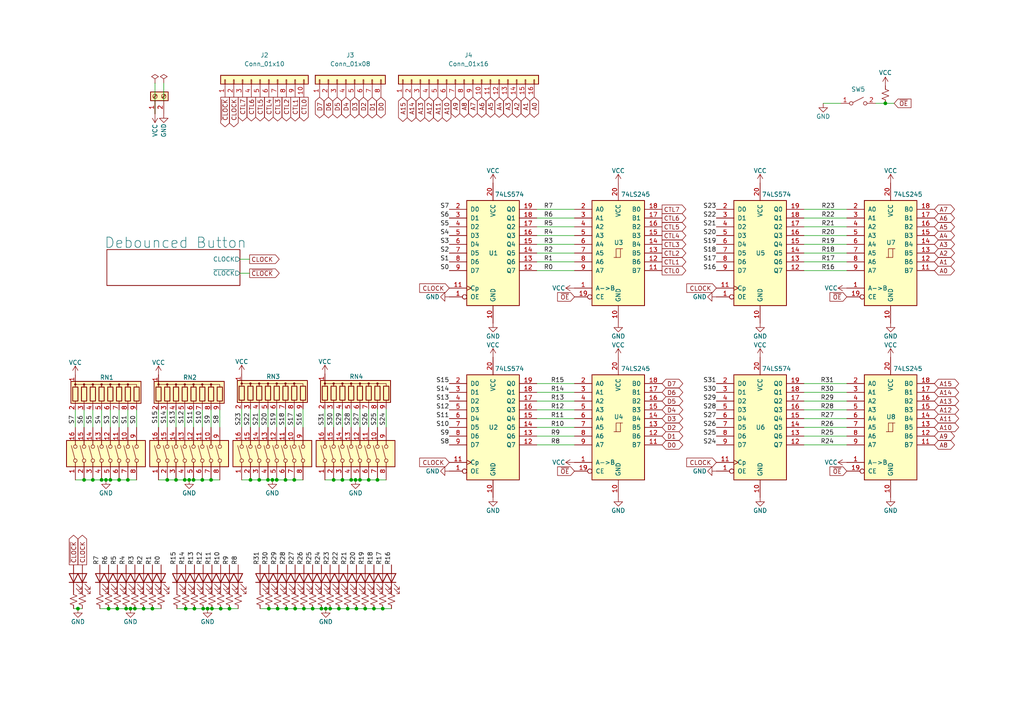
<source format=kicad_sch>
(kicad_sch (version 20211123) (generator eeschema)
  (paper "A4")
  (junction (at 90.678 176.53))
  (junction (at 51.054 139.192))
  (junction (at 60.198 176.53))
  (junction (at 72.644 139.192))
  (junction (at 34.544 139.192))
  (junction (at 88.138 176.53))
  (junction (at 101.854 139.192))
  (junction (at 96.774 139.192))
  (junction (at 100.838 176.53))
  (junction (at 30.734 139.192))
  (junction (at 83.058 176.53))
  (junction (at 108.458 176.53))
  (junction (at 56.388 176.53))
  (junction (at 53.848 176.53))
  (junction (at 98.298 176.53))
  (junction (at 22.606 176.53))
  (junction (at 48.514 139.192))
  (junction (at 95.758 176.53))
  (junction (at 103.378 176.53))
  (junction (at 41.656 176.53))
  (junction (at 109.474 139.192))
  (junction (at 105.918 176.53))
  (junction (at 44.196 176.53))
  (junction (at 256.794 29.972))
  (junction (at 34.036 176.53))
  (junction (at 75.184 139.192))
  (junction (at 53.594 139.192))
  (junction (at 54.864 139.192))
  (junction (at 103.124 139.192))
  (junction (at 39.116 176.53))
  (junction (at 64.008 176.53))
  (junction (at 80.264 139.192))
  (junction (at 36.576 176.53))
  (junction (at 85.598 176.53))
  (junction (at 99.314 139.192))
  (junction (at 32.004 139.192))
  (junction (at 29.464 139.192))
  (junction (at 37.846 176.53))
  (junction (at 61.214 139.192))
  (junction (at 104.394 139.192))
  (junction (at 77.724 139.192))
  (junction (at 58.674 139.192))
  (junction (at 82.804 139.192))
  (junction (at 61.468 176.53))
  (junction (at 37.084 139.192))
  (junction (at 94.488 176.53))
  (junction (at 26.924 139.192))
  (junction (at 66.548 176.53))
  (junction (at 31.496 176.53))
  (junction (at 58.928 176.53))
  (junction (at 78.994 139.192))
  (junction (at 106.934 139.192))
  (junction (at 110.998 176.53))
  (junction (at 56.134 139.192))
  (junction (at 77.978 176.53))
  (junction (at 93.218 176.53))
  (junction (at 80.518 176.53))
  (junction (at 85.344 139.192))
  (junction (at 24.384 139.192))
  (wire (pts (xy 34.036 176.53) (xy 36.576 176.53)))
  (wire (pts (xy 77.724 139.192) (xy 78.994 139.192)))
  (wire (pts (xy 64.008 176.53) (xy 66.548 176.53)))
  (wire (pts (xy 87.884 123.952) (xy 87.884 118.618)))
  (wire (pts (xy 80.264 139.192) (xy 82.804 139.192)))
  (wire (pts (xy 103.378 176.53) (xy 105.918 176.53)))
  (wire (pts (xy 48.514 123.952) (xy 48.514 118.872)))
  (wire (pts (xy 155.702 121.412) (xy 166.624 121.412)))
  (wire (pts (xy 53.848 176.53) (xy 56.388 176.53)))
  (wire (pts (xy 103.124 139.192) (xy 104.394 139.192)))
  (wire (pts (xy 58.674 139.192) (xy 61.214 139.192)))
  (wire (pts (xy 85.344 139.192) (xy 87.884 139.192)))
  (wire (pts (xy 78.994 139.192) (xy 80.264 139.192)))
  (wire (pts (xy 83.058 176.53) (xy 85.598 176.53)))
  (wire (pts (xy 93.218 176.53) (xy 94.488 176.53)))
  (wire (pts (xy 75.184 139.192) (xy 77.724 139.192)))
  (wire (pts (xy 75.438 176.53) (xy 77.978 176.53)))
  (wire (pts (xy 61.468 176.53) (xy 64.008 176.53)))
  (wire (pts (xy 39.116 176.53) (xy 41.656 176.53)))
  (wire (pts (xy 37.084 139.192) (xy 39.624 139.192)))
  (wire (pts (xy 155.702 73.406) (xy 166.624 73.406)))
  (wire (pts (xy 99.314 139.192) (xy 96.774 139.192)))
  (wire (pts (xy 77.724 123.952) (xy 77.724 118.618)))
  (wire (pts (xy 39.624 123.952) (xy 39.624 118.872)))
  (wire (pts (xy 155.702 118.872) (xy 166.624 118.872)))
  (wire (pts (xy 56.134 139.192) (xy 58.674 139.192)))
  (wire (pts (xy 72.644 123.952) (xy 72.644 118.618)))
  (wire (pts (xy 233.172 123.952) (xy 245.618 123.952)))
  (wire (pts (xy 233.172 63.246) (xy 245.618 63.246)))
  (wire (pts (xy 233.172 68.326) (xy 245.618 68.326)))
  (wire (pts (xy 95.758 176.53) (xy 98.298 176.53)))
  (wire (pts (xy 256.794 29.972) (xy 259.334 29.972)))
  (wire (pts (xy 94.234 123.952) (xy 94.234 118.618)))
  (wire (pts (xy 24.384 123.952) (xy 24.384 118.872)))
  (wire (pts (xy 233.172 70.866) (xy 245.618 70.866)))
  (wire (pts (xy 80.518 176.53) (xy 83.058 176.53)))
  (wire (pts (xy 112.014 123.952) (xy 112.014 118.618)))
  (wire (pts (xy 155.702 68.326) (xy 166.624 68.326)))
  (wire (pts (xy 45.974 123.952) (xy 45.974 118.872)))
  (wire (pts (xy 58.928 176.53) (xy 60.198 176.53)))
  (wire (pts (xy 155.702 116.332) (xy 166.624 116.332)))
  (wire (pts (xy 96.774 139.192) (xy 94.234 139.192)))
  (wire (pts (xy 58.674 123.952) (xy 58.674 118.872)))
  (wire (pts (xy 22.606 176.53) (xy 23.876 176.53)))
  (wire (pts (xy 47.498 24.13) (xy 47.498 33.02)))
  (wire (pts (xy 233.172 129.032) (xy 245.618 129.032)))
  (wire (pts (xy 61.214 139.192) (xy 63.754 139.192)))
  (wire (pts (xy 233.172 121.412) (xy 245.618 121.412)))
  (wire (pts (xy 32.004 123.952) (xy 32.004 118.872)))
  (wire (pts (xy 155.702 70.866) (xy 166.624 70.866)))
  (wire (pts (xy 155.702 129.032) (xy 166.624 129.032)))
  (wire (pts (xy 233.172 60.706) (xy 245.618 60.706)))
  (wire (pts (xy 238.76 29.972) (xy 243.84 29.972)))
  (wire (pts (xy 85.344 123.952) (xy 85.344 118.618)))
  (wire (pts (xy 44.958 24.13) (xy 44.958 33.02)))
  (wire (pts (xy 24.384 139.192) (xy 21.844 139.192)))
  (wire (pts (xy 106.934 139.192) (xy 109.474 139.192)))
  (wire (pts (xy 60.198 176.53) (xy 61.468 176.53)))
  (wire (pts (xy 108.458 176.53) (xy 110.998 176.53)))
  (wire (pts (xy 233.172 116.332) (xy 245.618 116.332)))
  (wire (pts (xy 101.854 123.952) (xy 101.854 118.618)))
  (wire (pts (xy 85.598 176.53) (xy 88.138 176.53)))
  (wire (pts (xy 26.924 139.192) (xy 29.464 139.192)))
  (wire (pts (xy 155.702 123.952) (xy 166.624 123.952)))
  (wire (pts (xy 233.172 126.492) (xy 245.618 126.492)))
  (wire (pts (xy 69.596 79.248) (xy 72.39 79.248)))
  (wire (pts (xy 31.496 176.53) (xy 34.036 176.53)))
  (wire (pts (xy 233.172 118.872) (xy 245.618 118.872)))
  (wire (pts (xy 75.184 123.952) (xy 75.184 118.618)))
  (wire (pts (xy 26.924 139.192) (xy 24.384 139.192)))
  (wire (pts (xy 88.138 176.53) (xy 90.678 176.53)))
  (wire (pts (xy 51.054 123.952) (xy 51.054 118.872)))
  (wire (pts (xy 155.702 60.706) (xy 166.624 60.706)))
  (wire (pts (xy 155.702 63.246) (xy 166.624 63.246)))
  (wire (pts (xy 72.644 139.192) (xy 70.104 139.192)))
  (wire (pts (xy 21.336 176.53) (xy 22.606 176.53)))
  (wire (pts (xy 80.264 123.952) (xy 80.264 118.618)))
  (wire (pts (xy 94.488 176.53) (xy 95.758 176.53)))
  (wire (pts (xy 155.702 111.252) (xy 166.624 111.252)))
  (wire (pts (xy 100.838 176.53) (xy 103.378 176.53)))
  (wire (pts (xy 105.918 176.53) (xy 108.458 176.53)))
  (wire (pts (xy 53.594 139.192) (xy 54.864 139.192)))
  (wire (pts (xy 155.702 113.792) (xy 166.624 113.792)))
  (wire (pts (xy 75.184 139.192) (xy 72.644 139.192)))
  (wire (pts (xy 37.084 123.952) (xy 37.084 118.872)))
  (wire (pts (xy 99.314 123.952) (xy 99.314 118.618)))
  (wire (pts (xy 254 29.972) (xy 256.794 29.972)))
  (wire (pts (xy 155.702 65.786) (xy 166.624 65.786)))
  (wire (pts (xy 26.924 123.952) (xy 26.924 118.872)))
  (wire (pts (xy 98.298 176.53) (xy 100.838 176.53)))
  (wire (pts (xy 155.702 78.486) (xy 166.624 78.486)))
  (wire (pts (xy 34.544 139.192) (xy 37.084 139.192)))
  (wire (pts (xy 66.548 176.53) (xy 69.088 176.53)))
  (wire (pts (xy 69.596 75.184) (xy 72.39 75.184)))
  (wire (pts (xy 110.998 176.53) (xy 113.538 176.53)))
  (wire (pts (xy 51.308 176.53) (xy 53.848 176.53)))
  (wire (pts (xy 101.854 139.192) (xy 103.124 139.192)))
  (wire (pts (xy 41.656 176.53) (xy 44.196 176.53)))
  (wire (pts (xy 233.172 78.486) (xy 245.618 78.486)))
  (wire (pts (xy 233.172 111.252) (xy 245.618 111.252)))
  (wire (pts (xy 233.172 75.946) (xy 245.618 75.946)))
  (wire (pts (xy 70.104 123.952) (xy 70.104 118.618)))
  (wire (pts (xy 29.464 123.952) (xy 29.464 118.872)))
  (wire (pts (xy 44.196 176.53) (xy 46.736 176.53)))
  (wire (pts (xy 82.804 123.952) (xy 82.804 118.618)))
  (wire (pts (xy 155.702 126.492) (xy 166.624 126.492)))
  (wire (pts (xy 61.214 123.952) (xy 61.214 118.872)))
  (wire (pts (xy 28.956 176.53) (xy 31.496 176.53)))
  (wire (pts (xy 96.774 123.952) (xy 96.774 118.618)))
  (wire (pts (xy 21.844 123.952) (xy 21.844 118.872)))
  (wire (pts (xy 90.678 176.53) (xy 93.218 176.53)))
  (wire (pts (xy 109.474 123.952) (xy 109.474 118.618)))
  (wire (pts (xy 63.754 123.952) (xy 63.754 118.872)))
  (wire (pts (xy 109.474 139.192) (xy 112.014 139.192)))
  (wire (pts (xy 54.864 139.192) (xy 56.134 139.192)))
  (wire (pts (xy 82.804 139.192) (xy 85.344 139.192)))
  (wire (pts (xy 36.576 176.53) (xy 37.846 176.53)))
  (wire (pts (xy 48.514 139.192) (xy 45.974 139.192)))
  (wire (pts (xy 106.934 123.952) (xy 106.934 118.618)))
  (wire (pts (xy 51.054 139.192) (xy 48.514 139.192)))
  (wire (pts (xy 77.978 176.53) (xy 80.518 176.53)))
  (wire (pts (xy 99.314 139.192) (xy 101.854 139.192)))
  (wire (pts (xy 104.394 139.192) (xy 106.934 139.192)))
  (wire (pts (xy 233.172 73.406) (xy 245.618 73.406)))
  (wire (pts (xy 56.388 176.53) (xy 58.928 176.53)))
  (wire (pts (xy 37.846 176.53) (xy 39.116 176.53)))
  (wire (pts (xy 53.594 123.952) (xy 53.594 118.872)))
  (wire (pts (xy 56.134 123.952) (xy 56.134 118.872)))
  (wire (pts (xy 30.734 139.192) (xy 32.004 139.192)))
  (wire (pts (xy 233.172 113.792) (xy 245.618 113.792)))
  (wire (pts (xy 29.464 139.192) (xy 30.734 139.192)))
  (wire (pts (xy 51.054 139.192) (xy 53.594 139.192)))
  (wire (pts (xy 32.004 139.192) (xy 34.544 139.192)))
  (wire (pts (xy 233.172 65.786) (xy 245.618 65.786)))
  (wire (pts (xy 104.394 123.952) (xy 104.394 118.618)))
  (wire (pts (xy 34.544 123.952) (xy 34.544 118.872)))
  (wire (pts (xy 155.702 75.946) (xy 166.624 75.946)))
  (label "R1" (at 44.196 163.83 90))
  (label "S25" (at 109.474 119.634 270))
  (label "S30" (at 96.774 119.634 270))
  (label "S8" (at 130.302 129.032 180))
  (label "S11" (at 130.302 121.412 180))
  (label "S7" (at 21.844 120.396 270))
  (label "R6" (at 157.734 63.246 0))
  (label "S13" (at 130.302 116.332 180))
  (label "R22" (at 98.298 163.83 90))
  (label "S1" (at 37.084 120.396 270))
  (label "R31" (at 75.438 163.83 90))
  (label "R12" (at 159.766 118.872 0))
  (label "S1" (at 130.302 75.946 180))
  (label "S9" (at 130.302 126.492 180))
  (label "S14" (at 48.514 122.936 90))
  (label "R26" (at 237.998 123.952 0))
  (label "S4" (at 130.302 68.326 180))
  (label "R27" (at 85.598 163.83 90))
  (label "S4" (at 29.464 120.396 270))
  (label "R6" (at 31.496 163.83 90))
  (label "R27" (at 237.998 121.412 0))
  (label "S11" (at 56.134 122.936 90))
  (label "S13" (at 51.054 122.936 90))
  (label "R21" (at 100.838 163.83 90))
  (label "S8" (at 63.754 122.936 90))
  (label "R4" (at 36.576 163.83 90))
  (label "S26" (at 207.772 123.952 180))
  (label "R0" (at 46.736 163.83 90))
  (label "S28" (at 101.854 119.634 270))
  (label "R24" (at 93.218 163.83 90))
  (label "R8" (at 69.088 163.83 90))
  (label "R12" (at 58.928 163.83 90))
  (label "S16" (at 207.772 78.486 180))
  (label "S15" (at 130.302 111.252 180))
  (label "R23" (at 238.252 60.706 0))
  (label "S3" (at 130.302 70.866 180))
  (label "S31" (at 94.234 119.634 270))
  (label "R15" (at 51.308 163.83 90))
  (label "S15" (at 45.974 122.936 90))
  (label "S5" (at 130.302 65.786 180))
  (label "R9" (at 66.548 163.83 90))
  (label "R10" (at 159.766 123.952 0))
  (label "R19" (at 105.918 163.83 90))
  (label "S23" (at 70.104 119.634 270))
  (label "R13" (at 56.388 163.83 90))
  (label "R11" (at 61.468 163.83 90))
  (label "S23" (at 207.772 60.706 180))
  (label "R24" (at 237.998 129.032 0))
  (label "S27" (at 207.772 121.412 180))
  (label "S6" (at 130.302 63.246 180))
  (label "R9" (at 159.766 126.492 0))
  (label "R0" (at 157.734 78.486 0))
  (label "R3" (at 39.116 163.83 90))
  (label "R13" (at 159.766 116.332 0))
  (label "R21" (at 238.252 65.786 0))
  (label "S2" (at 130.302 73.406 180))
  (label "S17" (at 207.772 75.946 180))
  (label "S22" (at 207.772 63.246 180))
  (label "S20" (at 77.724 119.634 270))
  (label "S20" (at 207.772 68.326 180))
  (label "R17" (at 110.998 163.83 90))
  (label "S0" (at 130.302 78.486 180))
  (label "R14" (at 53.848 163.83 90))
  (label "R5" (at 34.036 163.83 90))
  (label "S21" (at 207.772 65.786 180))
  (label "R16" (at 113.538 163.83 90))
  (label "S18" (at 82.804 119.634 270))
  (label "R16" (at 238.252 78.486 0))
  (label "S30" (at 207.772 113.792 180))
  (label "R10" (at 64.008 163.83 90))
  (label "S10" (at 58.674 122.936 90))
  (label "R5" (at 157.734 65.786 0))
  (label "S29" (at 99.314 119.634 270))
  (label "S12" (at 53.594 122.936 90))
  (label "R31" (at 237.998 111.252 0))
  (label "S17" (at 85.344 119.634 270))
  (label "S24" (at 112.014 119.634 270))
  (label "S21" (at 75.184 119.634 270))
  (label "S31" (at 207.772 111.252 180))
  (label "R15" (at 159.766 111.252 0))
  (label "R17" (at 238.252 75.946 0))
  (label "S7" (at 130.302 60.706 180))
  (label "S19" (at 207.772 70.866 180))
  (label "R28" (at 237.998 118.872 0))
  (label "S22" (at 72.644 119.634 270))
  (label "S29" (at 207.772 116.332 180))
  (label "S26" (at 106.934 119.634 270))
  (label "R28" (at 83.058 163.83 90))
  (label "S9" (at 61.214 122.936 90))
  (label "R29" (at 237.998 116.332 0))
  (label "R29" (at 80.518 163.83 90))
  (label "R14" (at 159.766 113.792 0))
  (label "R8" (at 159.766 129.032 0))
  (label "S25" (at 207.772 126.492 180))
  (label "R2" (at 41.656 163.83 90))
  (label "S10" (at 130.302 123.952 180))
  (label "S19" (at 80.264 119.634 270))
  (label "S18" (at 207.772 73.406 180))
  (label "R7" (at 157.734 60.706 0))
  (label "R1" (at 157.734 75.946 0))
  (label "R4" (at 157.734 68.326 0))
  (label "R3" (at 157.734 70.866 0))
  (label "R18" (at 238.252 73.406 0))
  (label "R2" (at 157.734 73.406 0))
  (label "S12" (at 130.302 118.872 180))
  (label "S16" (at 87.884 119.634 270))
  (label "R22" (at 238.252 63.246 0))
  (label "R23" (at 95.758 163.83 90))
  (label "S2" (at 34.544 120.396 270))
  (label "R25" (at 237.998 126.492 0))
  (label "R7" (at 28.956 163.83 90))
  (label "S24" (at 207.772 129.032 180))
  (label "S28" (at 207.772 118.872 180))
  (label "S27" (at 104.394 119.634 270))
  (label "R11" (at 159.766 121.412 0))
  (label "R20" (at 103.378 163.83 90))
  (label "S14" (at 130.302 113.792 180))
  (label "S0" (at 39.624 120.396 270))
  (label "R20" (at 238.252 68.326 0))
  (label "S5" (at 26.924 120.396 270))
  (label "R30" (at 237.998 113.792 0))
  (label "S6" (at 24.384 120.396 270))
  (label "R19" (at 238.252 70.866 0))
  (label "R25" (at 90.678 163.83 90))
  (label "R30" (at 77.978 163.83 90))
  (label "S3" (at 32.004 120.396 270))
  (label "R18" (at 108.458 163.83 90))
  (label "R26" (at 88.138 163.83 90))
  (global_label "CLOCK" (shape output) (at 72.39 75.184 0) (property "Intersheet References" "${INTERSHEET_REFS}" (effects hide)))
  (global_label "A9" (shape tri_state) (at 132.08 28.194 270) (property "Intersheet References" "${INTERSHEET_REFS}" (effects hide)))
  (global_label "CLOCK" (shape input) (at 130.302 134.112 180) (property "Intersheet References" "${INTERSHEET_REFS}" (effects hide)))
  (global_label "A14" (shape tri_state) (at 271.018 113.792 0) (property "Intersheet References" "${INTERSHEET_REFS}" (effects hide)))
  (global_label "~{OE}" (shape input) (at 166.624 136.652 180) (property "Intersheet References" "${INTERSHEET_REFS}" (effects hide)))
  (global_label "~{OE}" (shape input) (at 245.618 136.652 180) (property "Intersheet References" "${INTERSHEET_REFS}" (effects hide)))
  (global_label "D4" (shape tri_state) (at 192.024 118.872 0) (property "Intersheet References" "${INTERSHEET_REFS}" (effects hide)))
  (global_label "D1" (shape tri_state) (at 192.024 126.492 0) (property "Intersheet References" "${INTERSHEET_REFS}" (effects hide)))
  (global_label "A13" (shape tri_state) (at 121.92 28.194 270) (property "Intersheet References" "${INTERSHEET_REFS}" (effects hide)))
  (global_label "A10" (shape tri_state) (at 271.018 123.952 0) (property "Intersheet References" "${INTERSHEET_REFS}" (effects hide)))
  (global_label "A11" (shape tri_state) (at 271.018 121.412 0) (property "Intersheet References" "${INTERSHEET_REFS}" (effects hide)))
  (global_label "CLOCK" (shape input) (at 207.772 134.112 180) (property "Intersheet References" "${INTERSHEET_REFS}" (effects hide)))
  (global_label "CTL3" (shape output) (at 192.024 70.866 0) (property "Intersheet References" "${INTERSHEET_REFS}" (effects hide)))
  (global_label "D3" (shape tri_state) (at 102.87 28.194 270) (property "Intersheet References" "${INTERSHEET_REFS}" (effects hide)))
  (global_label "A6" (shape tri_state) (at 139.7 28.194 270) (property "Intersheet References" "${INTERSHEET_REFS}" (effects hide)))
  (global_label "CTL5" (shape output) (at 192.024 65.786 0) (property "Intersheet References" "${INTERSHEET_REFS}" (effects hide)))
  (global_label "~{CLOCK}" (shape output) (at 65.278 28.194 270) (property "Intersheet References" "${INTERSHEET_REFS}" (effects hide)))
  (global_label "CLOCK" (shape output) (at 23.876 163.83 90) (property "Intersheet References" "${INTERSHEET_REFS}" (effects hide)))
  (global_label "A13" (shape tri_state) (at 271.018 116.332 0) (property "Intersheet References" "${INTERSHEET_REFS}" (effects hide)))
  (global_label "CTL5" (shape output) (at 75.438 28.194 270) (property "Intersheet References" "${INTERSHEET_REFS}" (effects hide)))
  (global_label "~{CLOCK}" (shape output) (at 72.39 79.248 0) (property "Intersheet References" "${INTERSHEET_REFS}" (effects hide)))
  (global_label "A1" (shape tri_state) (at 152.4 28.194 270) (property "Intersheet References" "${INTERSHEET_REFS}" (effects hide)))
  (global_label "CLOCK" (shape input) (at 130.302 83.566 180) (property "Intersheet References" "${INTERSHEET_REFS}" (effects hide)))
  (global_label "D0" (shape tri_state) (at 110.49 28.194 270) (property "Intersheet References" "${INTERSHEET_REFS}" (effects hide)))
  (global_label "D7" (shape tri_state) (at 92.71 28.194 270) (property "Intersheet References" "${INTERSHEET_REFS}" (effects hide)))
  (global_label "A5" (shape tri_state) (at 271.018 65.786 0) (property "Intersheet References" "${INTERSHEET_REFS}" (effects hide)))
  (global_label "A2" (shape tri_state) (at 271.018 73.406 0) (property "Intersheet References" "${INTERSHEET_REFS}" (effects hide)))
  (global_label "D6" (shape tri_state) (at 95.25 28.194 270) (property "Intersheet References" "${INTERSHEET_REFS}" (effects hide)))
  (global_label "D0" (shape tri_state) (at 192.024 129.032 0) (property "Intersheet References" "${INTERSHEET_REFS}" (effects hide)))
  (global_label "CLOCK" (shape output) (at 67.818 28.194 270) (property "Intersheet References" "${INTERSHEET_REFS}" (effects hide)))
  (global_label "A1" (shape tri_state) (at 271.018 75.946 0) (property "Intersheet References" "${INTERSHEET_REFS}" (effects hide)))
  (global_label "~{OE}" (shape input) (at 245.618 86.106 180) (property "Intersheet References" "${INTERSHEET_REFS}" (effects hide)))
  (global_label "CTL7" (shape output) (at 192.024 60.706 0) (property "Intersheet References" "${INTERSHEET_REFS}" (effects hide)))
  (global_label "D2" (shape tri_state) (at 192.024 123.952 0) (property "Intersheet References" "${INTERSHEET_REFS}" (effects hide)))
  (global_label "A0" (shape tri_state) (at 271.018 78.486 0) (property "Intersheet References" "${INTERSHEET_REFS}" (effects hide)))
  (global_label "D2" (shape tri_state) (at 105.41 28.194 270) (property "Intersheet References" "${INTERSHEET_REFS}" (effects hide)))
  (global_label "A3" (shape tri_state) (at 271.018 70.866 0) (property "Intersheet References" "${INTERSHEET_REFS}" (effects hide)))
  (global_label "D1" (shape tri_state) (at 107.95 28.194 270) (property "Intersheet References" "${INTERSHEET_REFS}" (effects hide)))
  (global_label "A11" (shape tri_state) (at 127 28.194 270) (property "Intersheet References" "${INTERSHEET_REFS}" (effects hide)))
  (global_label "CTL0" (shape output) (at 88.138 28.194 270) (property "Intersheet References" "${INTERSHEET_REFS}" (effects hide)))
  (global_label "CTL2" (shape output) (at 192.024 73.406 0) (property "Intersheet References" "${INTERSHEET_REFS}" (effects hide)))
  (global_label "D7" (shape tri_state) (at 192.024 111.252 0) (property "Intersheet References" "${INTERSHEET_REFS}" (effects hide)))
  (global_label "CTL2" (shape output) (at 83.058 28.194 270) (property "Intersheet References" "${INTERSHEET_REFS}" (effects hide)))
  (global_label "~{CLOCK}" (shape output) (at 21.336 163.83 90) (property "Intersheet References" "${INTERSHEET_REFS}" (effects hide)))
  (global_label "~{OE}" (shape input) (at 166.624 86.106 180) (property "Intersheet References" "${INTERSHEET_REFS}" (effects hide)))
  (global_label "CTL1" (shape output) (at 85.598 28.194 270) (property "Intersheet References" "${INTERSHEET_REFS}" (effects hide)))
  (global_label "A6" (shape tri_state) (at 271.018 63.246 0) (property "Intersheet References" "${INTERSHEET_REFS}" (effects hide)))
  (global_label "A2" (shape tri_state) (at 149.86 28.194 270) (property "Intersheet References" "${INTERSHEET_REFS}" (effects hide)))
  (global_label "A9" (shape tri_state) (at 271.018 126.492 0) (property "Intersheet References" "${INTERSHEET_REFS}" (effects hide)))
  (global_label "A3" (shape tri_state) (at 147.32 28.194 270) (property "Intersheet References" "${INTERSHEET_REFS}" (effects hide)))
  (global_label "D5" (shape tri_state) (at 192.024 116.332 0) (property "Intersheet References" "${INTERSHEET_REFS}" (effects hide)))
  (global_label "A4" (shape tri_state) (at 144.78 28.194 270) (property "Intersheet References" "${INTERSHEET_REFS}" (effects hide)))
  (global_label "A10" (shape tri_state) (at 129.54 28.194 270) (property "Intersheet References" "${INTERSHEET_REFS}" (effects hide)))
  (global_label "A14" (shape tri_state) (at 119.38 28.194 270) (property "Intersheet References" "${INTERSHEET_REFS}" (effects hide)))
  (global_label "CTL4" (shape output) (at 77.978 28.194 270) (property "Intersheet References" "${INTERSHEET_REFS}" (effects hide)))
  (global_label "A8" (shape tri_state) (at 134.62 28.194 270) (property "Intersheet References" "${INTERSHEET_REFS}" (effects hide)))
  (global_label "D5" (shape tri_state) (at 97.79 28.194 270) (property "Intersheet References" "${INTERSHEET_REFS}" (effects hide)))
  (global_label "CTL0" (shape output) (at 192.024 78.486 0) (property "Intersheet References" "${INTERSHEET_REFS}" (effects hide)))
  (global_label "CTL1" (shape output) (at 192.024 75.946 0) (property "Intersheet References" "${INTERSHEET_REFS}" (effects hide)))
  (global_label "D3" (shape tri_state) (at 192.024 121.412 0) (property "Intersheet References" "${INTERSHEET_REFS}" (effects hide)))
  (global_label "A0" (shape tri_state) (at 154.94 28.194 270) (property "Intersheet References" "${INTERSHEET_REFS}" (effects hide)))
  (global_label "D4" (shape tri_state) (at 100.33 28.194 270) (property "Intersheet References" "${INTERSHEET_REFS}" (effects hide)))
  (global_label "A12" (shape tri_state) (at 124.46 28.194 270) (property "Intersheet References" "${INTERSHEET_REFS}" (effects hide)))
  (global_label "A15" (shape tri_state) (at 116.84 28.194 270) (property "Intersheet References" "${INTERSHEET_REFS}" (effects hide)))
  (global_label "CTL7" (shape output) (at 70.358 28.194 270) (property "Intersheet References" "${INTERSHEET_REFS}" (effects hide)))
  (global_label "A8" (shape tri_state) (at 271.018 129.032 0) (property "Intersheet References" "${INTERSHEET_REFS}" (effects hide)))
  (global_label "D6" (shape tri_state) (at 192.024 113.792 0) (property "Intersheet References" "${INTERSHEET_REFS}" (effects hide)))
  (global_label "CLOCK" (shape input) (at 207.772 83.566 180) (property "Intersheet References" "${INTERSHEET_REFS}" (effects hide)))
  (global_label "A7" (shape tri_state) (at 137.16 28.194 270) (property "Intersheet References" "${INTERSHEET_REFS}" (effects hide)))
  (global_label "A15" (shape tri_state) (at 271.018 111.252 0) (property "Intersheet References" "${INTERSHEET_REFS}" (effects hide)))
  (global_label "CTL3" (shape output) (at 80.518 28.194 270) (property "Intersheet References" "${INTERSHEET_REFS}" (effects hide)))
  (global_label "~{OE}" (shape input) (at 259.334 29.972 0) (property "Intersheet References" "${INTERSHEET_REFS}" (effects hide)))
  (global_label "A12" (shape tri_state) (at 271.018 118.872 0) (property "Intersheet References" "${INTERSHEET_REFS}" (effects hide)))
  (global_label "CTL6" (shape output) (at 192.024 63.246 0) (property "Intersheet References" "${INTERSHEET_REFS}" (effects hide)))
  (global_label "A4" (shape tri_state) (at 271.018 68.326 0) (property "Intersheet References" "${INTERSHEET_REFS}" (effects hide)))
  (global_label "CTL6" (shape output) (at 72.898 28.194 270) (property "Intersheet References" "${INTERSHEET_REFS}" (effects hide)))
  (global_label "A5" (shape tri_state) (at 142.24 28.194 270) (property "Intersheet References" "${INTERSHEET_REFS}" (effects hide)))
  (global_label "A7" (shape tri_state) (at 271.018 60.706 0) (property "Intersheet References" "${INTERSHEET_REFS}" (effects hide)))
  (global_label "CTL4" (shape output) (at 192.024 68.326 0) (property "Intersheet References" "${INTERSHEET_REFS}" (effects hide)))
  (symbol (lib_id "Device:R_Network08") (at 32.004 113.792 0) (unit 1)
    (property "Reference" "RN1" (at 28.956 109.474 0) (effects (justify left)))
    (property "Value" "R_Network08" (effects hide))
    (property "Footprint" "Resistor_THT:R_Array_SIP9" (effects hide))
    (property "Datasheet" "http://www.vishay.com/docs/31509/csc.pdf" (effects hide))
  )
  (symbol (lib_id "power:GND") (at 207.772 86.106 270) (unit 1)
    (property "Reference" "#PWR027" (effects hide))
    (property "Value" "GND" (at 202.946 86.106 90))
  )
  (symbol (lib_id "power:VCC") (at 44.958 33.02 180) (unit 1)
    (property "Reference" "#PWR05" (effects hide))
    (property "Value" "VCC" (at 44.958 37.846 90))
  )
  (symbol (lib_id "Device:LED") (at 34.036 167.64 90) (unit 1)
    (property "Reference" "D5" (effects hide))
    (property "Value" "LED" (effects hide))
    (property "Footprint" "LED_SMD:LED_0805_2012Metric" (effects hide))
  )
  (symbol (lib_id "power:PWR_FLAG") (at 47.498 24.13 0) (unit 1)
    (property "Reference" "#FLG0102" (effects hide))
    (property "Value" "PWR_FLAG" (effects hide))
  )
  (symbol (lib_id "power:GND") (at 258.318 144.272 0) (unit 1)
    (property "Reference" "#PWR040" (effects hide))
    (property "Value" "GND" (at 258.318 148.082 0))
  )
  (symbol (lib_id "Device:R_Small_US") (at 51.308 173.99 0) (unit 1)
    (property "Reference" "R11" (effects hide))
    (property "Value" "R_Small_US" (effects hide))
    (property "Footprint" "Resistor_SMD:R_0805_2012Metric" (effects hide))
  )
  (symbol (lib_id "Device:LED") (at 41.656 167.64 90) (unit 1)
    (property "Reference" "D8" (effects hide))
    (property "Value" "LED" (effects hide))
    (property "Footprint" "LED_SMD:LED_0805_2012Metric" (effects hide))
  )
  (symbol (lib_id "Device:LED") (at 77.978 167.64 90) (unit 1)
    (property "Reference" "D20" (effects hide))
    (property "Value" "LED" (effects hide))
    (property "Footprint" "LED_SMD:LED_0805_2012Metric" (effects hide))
  )
  (symbol (lib_id "Device:R_Small_US") (at 95.758 173.99 0) (unit 1)
    (property "Reference" "R27" (effects hide))
    (property "Value" "R_Small_US" (effects hide))
    (property "Footprint" "Resistor_SMD:R_0805_2012Metric" (effects hide))
  )
  (symbol (lib_id "Device:R_Small_US") (at 41.656 173.99 0) (unit 1)
    (property "Reference" "R8" (effects hide))
    (property "Value" "R_Small_US" (effects hide))
    (property "Footprint" "Resistor_SMD:R_0805_2012Metric" (effects hide))
  )
  (symbol (lib_id "power:GND") (at 179.324 93.726 0) (unit 1)
    (property "Reference" "#PWR024" (effects hide))
    (property "Value" "GND" (at 179.324 97.536 0))
  )
  (symbol (lib_id "Device:R_Small_US") (at 69.088 173.99 0) (unit 1)
    (property "Reference" "R18" (effects hide))
    (property "Value" "R_Small_US" (effects hide))
    (property "Footprint" "Resistor_SMD:R_0805_2012Metric" (effects hide))
  )
  (symbol (lib_id "power:VCC") (at 220.472 103.632 0) (unit 1)
    (property "Reference" "#PWR031" (effects hide))
    (property "Value" "VCC" (at 220.472 100.076 0))
  )
  (symbol (lib_id "power:GND") (at 143.002 93.726 0) (unit 1)
    (property "Reference" "#PWR018" (effects hide))
    (property "Value" "GND" (at 143.002 97.536 0))
  )
  (symbol (lib_id "power:VCC") (at 258.318 103.632 0) (unit 1)
    (property "Reference" "#PWR039" (effects hide))
    (property "Value" "VCC" (at 258.318 100.076 0))
  )
  (symbol (lib_id "power:VCC") (at 70.104 108.458 0) (unit 1)
    (property "Reference" "#PWR010" (effects hide))
    (property "Value" "VCC" (at 70.104 104.902 0))
  )
  (symbol (lib_id "Device:LED") (at 95.758 167.64 90) (unit 1)
    (property "Reference" "D27" (effects hide))
    (property "Value" "LED" (effects hide))
    (property "Footprint" "LED_SMD:LED_0805_2012Metric" (effects hide))
  )
  (symbol (lib_id "Device:R_Network08") (at 56.134 113.792 0) (unit 1)
    (property "Reference" "RN2" (at 53.086 109.474 0) (effects (justify left)))
    (property "Value" "R_Network08" (effects hide))
    (property "Footprint" "Resistor_THT:R_Array_SIP9" (effects hide))
    (property "Datasheet" "http://www.vishay.com/docs/31509/csc.pdf" (effects hide))
  )
  (symbol (lib_id "power:VCC") (at 220.472 53.086 0) (unit 1)
    (property "Reference" "#PWR029" (effects hide))
    (property "Value" "VCC" (at 220.472 49.53 0))
  )
  (symbol (lib_id "Device:LED") (at 53.848 167.64 90) (unit 1)
    (property "Reference" "D12" (effects hide))
    (property "Value" "LED" (effects hide))
    (property "Footprint" "LED_SMD:LED_0805_2012Metric" (effects hide))
  )
  (symbol (lib_id "Device:R_Small_US") (at 113.538 173.99 0) (unit 1)
    (property "Reference" "R34" (effects hide))
    (property "Value" "R_Small_US" (effects hide))
    (property "Footprint" "Resistor_SMD:R_0805_2012Metric" (effects hide))
  )
  (symbol (lib_id "Device:R_Small_US") (at 23.876 173.99 0) (unit 1)
    (property "Reference" "R2" (effects hide))
    (property "Value" "R_Small_US" (effects hide))
    (property "Footprint" "Resistor_SMD:R_0805_2012Metric" (effects hide))
  )
  (symbol (lib_id "power:VCC") (at 166.624 134.112 90) (unit 1)
    (property "Reference" "#PWR022" (effects hide))
    (property "Value" "VCC" (at 162.052 134.112 90))
  )
  (symbol (lib_id "74xx:74LS574") (at 143.002 123.952 0) (unit 1)
    (property "Reference" "U2" (at 141.732 123.952 0) (effects (justify left)))
    (property "Value" "74LS574" (at 143.51 106.934 0) (effects (justify left)))
    (property "Footprint" "Package_SO:SOIC-20W_7.5x12.8mm_P1.27mm" (effects hide))
    (property "Datasheet" "http://www.ti.com/lit/gpn/sn74LS574" (effects hide))
  )
  (symbol (lib_id "power:GND") (at 94.488 176.53 0) (unit 1)
    (property "Reference" "#PWR013" (effects hide))
    (property "Value" "GND" (at 94.488 180.34 0))
  )
  (symbol (lib_id "Device:R_Small_US") (at 256.794 27.432 180) (unit 1)
    (property "Reference" "R35" (effects hide))
    (property "Value" "0402WGF1002TCE" (effects hide))
    (property "Footprint" "Resistor_SMD:R_0805_2012Metric" (effects hide))
    (property "Datasheet" "https://datasheet.lcsc.com/lcsc/1809301717_UNI-ROYAL-Uniroyal-Elec-0402WGF1002TCE_C25744.pdf" (effects hide))
    (property "Description" "1/16W ±1% ±100ppm/℃ 10kΩ 0402 Chip Resistor - Surface Mount ROHS" (effects hide))
    (property "JLCPCB" "C25744" (effects hide))
    (property "R" "10kΩ" (effects hide))
    (property "LCSC Part Number" "C25744" (effects hide))
    (property "LCSC" "C25744" (effects hide))
  )
  (symbol (lib_id "Device:R_Small_US") (at 58.928 173.99 0) (unit 1)
    (property "Reference" "R14" (effects hide))
    (property "Value" "R_Small_US" (effects hide))
    (property "Footprint" "Resistor_SMD:R_0805_2012Metric" (effects hide))
  )
  (symbol (lib_id "Device:LED") (at 85.598 167.64 90) (unit 1)
    (property "Reference" "D23" (effects hide))
    (property "Value" "LED" (effects hide))
    (property "Footprint" "LED_SMD:LED_0805_2012Metric" (effects hide))
  )
  (symbol (lib_id "power:GND") (at 30.734 139.192 0) (unit 1)
    (property "Reference" "#PWR03" (effects hide))
    (property "Value" "GND" (at 30.734 143.002 0))
  )
  (symbol (lib_id "Device:LED") (at 80.518 167.64 90) (unit 1)
    (property "Reference" "D21" (effects hide))
    (property "Value" "LED" (effects hide))
    (property "Footprint" "LED_SMD:LED_0805_2012Metric" (effects hide))
  )
  (symbol (lib_id "Device:LED") (at 58.928 167.64 90) (unit 1)
    (property "Reference" "D14" (effects hide))
    (property "Value" "LED" (effects hide))
    (property "Footprint" "LED_SMD:LED_0805_2012Metric" (effects hide))
  )
  (symbol (lib_id "Device:LED") (at 103.378 167.64 90) (unit 1)
    (property "Reference" "D30" (effects hide))
    (property "Value" "LED" (effects hide))
    (property "Footprint" "LED_SMD:LED_0805_2012Metric" (effects hide))
  )
  (symbol (lib_id "Device:R_Small_US") (at 44.196 173.99 0) (unit 1)
    (property "Reference" "R9" (effects hide))
    (property "Value" "R_Small_US" (effects hide))
    (property "Footprint" "Resistor_SMD:R_0805_2012Metric" (effects hide))
  )
  (symbol (lib_id "Device:R_Small_US") (at 103.378 173.99 0) (unit 1)
    (property "Reference" "R30" (effects hide))
    (property "Value" "R_Small_US" (effects hide))
    (property "Footprint" "Resistor_SMD:R_0805_2012Metric" (effects hide))
  )
  (symbol (lib_id "power:GND") (at 37.846 176.53 0) (unit 1)
    (property "Reference" "#PWR04" (effects hide))
    (property "Value" "GND" (at 37.846 180.34 0))
  )
  (symbol (lib_id "Device:LED") (at 31.496 167.64 90) (unit 1)
    (property "Reference" "D4" (effects hide))
    (property "Value" "LED" (effects hide))
    (property "Footprint" "LED_SMD:LED_0805_2012Metric" (effects hide))
  )
  (symbol (lib_id "Device:LED") (at 98.298 167.64 90) (unit 1)
    (property "Reference" "D28" (effects hide))
    (property "Value" "LED" (effects hide))
    (property "Footprint" "LED_SMD:LED_0805_2012Metric" (effects hide))
  )
  (symbol (lib_id "Device:LED") (at 56.388 167.64 90) (unit 1)
    (property "Reference" "D13" (effects hide))
    (property "Value" "LED" (effects hide))
    (property "Footprint" "LED_SMD:LED_0805_2012Metric" (effects hide))
  )
  (symbol (lib_id "power:GND") (at 22.606 176.53 0) (unit 1)
    (property "Reference" "#PWR02" (effects hide))
    (property "Value" "GND" (at 22.606 180.34 0))
  )
  (symbol (lib_id "Device:R_Small_US") (at 75.438 173.99 0) (unit 1)
    (property "Reference" "R19" (effects hide))
    (property "Value" "R_Small_US" (effects hide))
    (property "Footprint" "Resistor_SMD:R_0805_2012Metric" (effects hide))
  )
  (symbol (lib_id "Device:R_Network08") (at 80.264 113.538 0) (unit 1)
    (property "Reference" "RN3" (at 77.216 109.22 0) (effects (justify left)))
    (property "Value" "R_Network08" (effects hide))
    (property "Footprint" "Resistor_THT:R_Array_SIP9" (effects hide))
    (property "Datasheet" "http://www.vishay.com/docs/31509/csc.pdf" (effects hide))
  )
  (symbol (lib_id "74xx:74LS245") (at 179.324 123.952 0) (unit 1)
    (property "Reference" "U4" (at 178.054 120.904 0) (effects (justify left)))
    (property "Value" "74LS245" (at 180.086 106.934 0) (effects (justify left)))
    (property "Footprint" "Package_SO:SOIC-20W_7.5x12.8mm_P1.27mm" (effects hide))
    (property "Datasheet" "http://www.ti.com/lit/gpn/sn74LS245" (effects hide))
  )
  (symbol (lib_id "power:PWR_FLAG") (at 44.958 24.13 0) (unit 1)
    (property "Reference" "#FLG0101" (effects hide))
    (property "Value" "PWR_FLAG" (effects hide))
  )
  (symbol (lib_id "power:VCC") (at 179.324 103.632 0) (unit 1)
    (property "Reference" "#PWR025" (effects hide))
    (property "Value" "VCC" (at 179.324 100.076 0))
  )
  (symbol (lib_id "Device:R_Small_US") (at 98.298 173.99 0) (unit 1)
    (property "Reference" "R28" (effects hide))
    (property "Value" "R_Small_US" (effects hide))
    (property "Footprint" "Resistor_SMD:R_0805_2012Metric" (effects hide))
  )
  (symbol (lib_id "Switch:SW_DIP_x08") (at 32.004 131.572 90) (unit 1)
    (property "Reference" "SW1" (effects hide))
    (property "Value" "SW_DIP_x08" (effects hide))
    (property "Footprint" "Button_Switch_THT:SW_DIP_SPSTx08_Slide_9.78x22.5mm_W7.62mm_P2.54mm" (effects hide))
  )
  (symbol (lib_id "power:GND") (at 220.472 93.726 0) (unit 1)
    (property "Reference" "#PWR030" (effects hide))
    (property "Value" "GND" (at 220.472 97.536 0))
  )
  (symbol (lib_id "Device:R_Small_US") (at 31.496 173.99 0) (unit 1)
    (property "Reference" "R4" (effects hide))
    (property "Value" "R_Small_US" (effects hide))
    (property "Footprint" "Resistor_SMD:R_0805_2012Metric" (effects hide))
  )
  (symbol (lib_id "power:GND") (at 143.002 144.272 0) (unit 1)
    (property "Reference" "#PWR020" (effects hide))
    (property "Value" "GND" (at 143.002 148.082 0))
  )
  (symbol (lib_id "power:VCC") (at 143.002 53.086 0) (unit 1)
    (property "Reference" "#PWR017" (effects hide))
    (property "Value" "VCC" (at 143.002 49.53 0))
  )
  (symbol (lib_id "Device:R_Small_US") (at 66.548 173.99 0) (unit 1)
    (property "Reference" "R17" (effects hide))
    (property "Value" "R_Small_US" (effects hide))
    (property "Footprint" "Resistor_SMD:R_0805_2012Metric" (effects hide))
  )
  (symbol (lib_id "Device:LED") (at 113.538 167.64 90) (unit 1)
    (property "Reference" "D34" (effects hide))
    (property "Value" "LED" (effects hide))
    (property "Footprint" "LED_SMD:LED_0805_2012Metric" (effects hide))
  )
  (symbol (lib_id "Device:R_Small_US") (at 36.576 173.99 0) (unit 1)
    (property "Reference" "R6" (effects hide))
    (property "Value" "R_Small_US" (effects hide))
    (property "Footprint" "Resistor_SMD:R_0805_2012Metric" (effects hide))
  )
  (symbol (lib_id "power:GND") (at 258.318 93.726 0) (unit 1)
    (property "Reference" "#PWR038" (effects hide))
    (property "Value" "GND" (at 258.318 97.536 0))
  )
  (symbol (lib_id "Device:LED") (at 93.218 167.64 90) (unit 1)
    (property "Reference" "D26" (effects hide))
    (property "Value" "LED" (effects hide))
    (property "Footprint" "LED_SMD:LED_0805_2012Metric" (effects hide))
  )
  (symbol (lib_id "Device:R_Small_US") (at 85.598 173.99 0) (unit 1)
    (property "Reference" "R23" (effects hide))
    (property "Value" "R_Small_US" (effects hide))
    (property "Footprint" "Resistor_SMD:R_0805_2012Metric" (effects hide))
  )
  (symbol (lib_id "Device:R_Small_US") (at 34.036 173.99 0) (unit 1)
    (property "Reference" "R5" (effects hide))
    (property "Value" "R_Small_US" (effects hide))
    (property "Footprint" "Resistor_SMD:R_0805_2012Metric" (effects hide))
  )
  (symbol (lib_id "power:GND") (at 60.198 176.53 0) (unit 1)
    (property "Reference" "#PWR09" (effects hide))
    (property "Value" "GND" (at 60.198 180.34 0))
  )
  (symbol (lib_id "power:VCC") (at 45.974 108.712 0) (unit 1)
    (property "Reference" "#PWR06" (effects hide))
    (property "Value" "VCC" (at 45.974 105.156 0))
  )
  (symbol (lib_id "power:VCC") (at 94.234 108.458 0) (unit 1)
    (property "Reference" "#PWR012" (effects hide))
    (property "Value" "VCC" (at 94.234 104.902 0))
  )
  (symbol (lib_id "74xx:74LS574") (at 220.472 73.406 0) (unit 1)
    (property "Reference" "U5" (at 219.202 73.406 0) (effects (justify left)))
    (property "Value" "74LS574" (at 220.98 56.388 0) (effects (justify left)))
    (property "Footprint" "Package_SO:SOIC-20W_7.5x12.8mm_P1.27mm" (effects hide))
    (property "Datasheet" "http://www.ti.com/lit/gpn/sn74LS574" (effects hide))
  )
  (symbol (lib_id "Device:LED") (at 23.876 167.64 90) (unit 1)
    (property "Reference" "D2" (effects hide))
    (property "Value" "LED" (effects hide))
    (property "Footprint" "LED_SMD:LED_0805_2012Metric" (effects hide))
  )
  (symbol (lib_id "power:VCC") (at 179.324 53.086 0) (unit 1)
    (property "Reference" "#PWR023" (effects hide))
    (property "Value" "VCC" (at 179.324 49.53 0))
  )
  (symbol (lib_id "power:VCC") (at 245.618 134.112 90) (unit 1)
    (property "Reference" "#PWR035" (effects hide))
    (property "Value" "VCC" (at 241.046 134.112 90))
  )
  (symbol (lib_id "power:GND") (at 207.772 136.652 270) (unit 1)
    (property "Reference" "#PWR028" (effects hide))
    (property "Value" "GND" (at 202.946 136.652 90))
  )
  (symbol (lib_id "power:VCC") (at 245.618 83.566 90) (unit 1)
    (property "Reference" "#PWR034" (effects hide))
    (property "Value" "VCC" (at 241.046 83.566 90))
  )
  (symbol (lib_id "Device:LED") (at 110.998 167.64 90) (unit 1)
    (property "Reference" "D33" (effects hide))
    (property "Value" "LED" (effects hide))
    (property "Footprint" "LED_SMD:LED_0805_2012Metric" (effects hide))
  )
  (symbol (lib_id "power:VCC") (at 166.624 83.566 90) (unit 1)
    (property "Reference" "#PWR021" (effects hide))
    (property "Value" "VCC" (at 162.052 83.566 90))
  )
  (symbol (lib_id "Device:LED") (at 21.336 167.64 90) (unit 1)
    (property "Reference" "D1" (effects hide))
    (property "Value" "LED" (effects hide))
    (property "Footprint" "LED_SMD:LED_0805_2012Metric" (effects hide))
  )
  (symbol (lib_id "Device:LED") (at 105.918 167.64 90) (unit 1)
    (property "Reference" "D31" (effects hide))
    (property "Value" "LED" (effects hide))
    (property "Footprint" "LED_SMD:LED_0805_2012Metric" (effects hide))
  )
  (symbol (lib_id "Switch:SW_SPST") (at 248.92 29.972 0) (unit 1)
    (property "Reference" "SW5" (at 248.92 25.908 0))
    (property "Value" "SW_SPST" (effects hide))
    (property "Footprint" "Button_Switch_THT:SW_PUSH_6mm" (effects hide))
  )
  (symbol (lib_id "Device:LED") (at 36.576 167.64 90) (unit 1)
    (property "Reference" "D6" (effects hide))
    (property "Value" "LED" (effects hide))
    (property "Footprint" "LED_SMD:LED_0805_2012Metric" (effects hide))
  )
  (symbol (lib_id "power:VCC") (at 258.318 53.086 0) (unit 1)
    (property "Reference" "#PWR037" (effects hide))
    (property "Value" "VCC" (at 258.318 49.53 0))
  )
  (symbol (lib_id "Device:LED") (at 39.116 167.64 90) (unit 1)
    (property "Reference" "D7" (effects hide))
    (property "Value" "LED" (effects hide))
    (property "Footprint" "LED_SMD:LED_0805_2012Metric" (effects hide))
  )
  (symbol (lib_id "Device:LED") (at 69.088 167.64 90) (unit 1)
    (property "Reference" "D18" (effects hide))
    (property "Value" "LED" (effects hide))
    (property "Footprint" "LED_SMD:LED_0805_2012Metric" (effects hide))
  )
  (symbol (lib_id "Device:LED") (at 75.438 167.64 90) (unit 1)
    (property "Reference" "D19" (effects hide))
    (property "Value" "LED" (effects hide))
    (property "Footprint" "LED_SMD:LED_0805_2012Metric" (effects hide))
  )
  (symbol (lib_id "Connector_Generic:Conn_01x10") (at 75.438 23.114 90) (unit 1)
    (property "Reference" "J2" (at 76.708 16.002 90))
    (property "Value" "Conn_01x10" (at 76.708 18.542 90))
    (property "Footprint" "Connector_PinHeader_2.54mm:PinHeader_1x10_P2.54mm_Horizontal" (effects hide))
  )
  (symbol (lib_id "power:VCC") (at 256.794 24.892 0) (unit 1)
    (property "Reference" "#PWR036" (effects hide))
    (property "Value" "VCC" (at 256.794 21.082 0))
  )
  (symbol (lib_id "Device:LED") (at 83.058 167.64 90) (unit 1)
    (property "Reference" "D22" (effects hide))
    (property "Value" "LED" (effects hide))
    (property "Footprint" "LED_SMD:LED_0805_2012Metric" (effects hide))
  )
  (symbol (lib_id "power:GND") (at 47.498 33.02 0) (unit 1)
    (property "Reference" "#PWR07" (effects hide))
    (property "Value" "GND" (at 47.498 37.846 90))
  )
  (symbol (lib_id "Device:R_Small_US") (at 110.998 173.99 0) (unit 1)
    (property "Reference" "R33" (effects hide))
    (property "Value" "R_Small_US" (effects hide))
    (property "Footprint" "Resistor_SMD:R_0805_2012Metric" (effects hide))
  )
  (symbol (lib_id "power:VCC") (at 21.844 108.712 0) (unit 1)
    (property "Reference" "#PWR01" (effects hide))
    (property "Value" "VCC" (at 21.844 105.156 0))
  )
  (symbol (lib_id "power:VCC") (at 143.002 103.632 0) (unit 1)
    (property "Reference" "#PWR019" (effects hide))
    (property "Value" "VCC" (at 143.002 100.076 0))
  )
  (symbol (lib_id "Device:R_Small_US") (at 100.838 173.99 0) (unit 1)
    (property "Reference" "R29" (effects hide))
    (property "Value" "R_Small_US" (effects hide))
    (property "Footprint" "Resistor_SMD:R_0805_2012Metric" (effects hide))
  )
  (symbol (lib_id "Device:LED") (at 66.548 167.64 90) (unit 1)
    (property "Reference" "D17" (effects hide))
    (property "Value" "LED" (effects hide))
    (property "Footprint" "LED_SMD:LED_0805_2012Metric" (effects hide))
  )
  (symbol (lib_id "Device:R_Small_US") (at 56.388 173.99 0) (unit 1)
    (property "Reference" "R13" (effects hide))
    (property "Value" "R_Small_US" (effects hide))
    (property "Footprint" "Resistor_SMD:R_0805_2012Metric" (effects hide))
  )
  (symbol (lib_id "Device:LED") (at 88.138 167.64 90) (unit 1)
    (property "Reference" "D24" (effects hide))
    (property "Value" "LED" (effects hide))
    (property "Footprint" "LED_SMD:LED_0805_2012Metric" (effects hide))
  )
  (symbol (lib_id "Device:LED") (at 51.308 167.64 90) (unit 1)
    (property "Reference" "D11" (effects hide))
    (property "Value" "LED" (effects hide))
    (property "Footprint" "LED_SMD:LED_0805_2012Metric" (effects hide))
  )
  (symbol (lib_id "Device:LED") (at 44.196 167.64 90) (unit 1)
    (property "Reference" "D9" (effects hide))
    (property "Value" "LED" (effects hide))
    (property "Footprint" "LED_SMD:LED_0805_2012Metric" (effects hide))
  )
  (symbol (lib_id "Device:LED") (at 100.838 167.64 90) (unit 1)
    (property "Reference" "D29" (effects hide))
    (property "Value" "LED" (effects hide))
    (property "Footprint" "LED_SMD:LED_0805_2012Metric" (effects hide))
  )
  (symbol (lib_id "Switch:SW_DIP_x08") (at 80.264 131.572 90) (unit 1)
    (property "Reference" "SW3" (effects hide))
    (property "Value" "SW_DIP_x08" (effects hide))
    (property "Footprint" "Button_Switch_THT:SW_DIP_SPSTx08_Slide_9.78x22.5mm_W7.62mm_P2.54mm" (effects hide))
  )
  (symbol (lib_id "power:GND") (at 78.994 139.192 0) (unit 1)
    (property "Reference" "#PWR011" (effects hide))
    (property "Value" "GND" (at 78.994 143.002 0))
  )
  (symbol (lib_id "Device:LED") (at 46.736 167.64 90) (unit 1)
    (property "Reference" "D10" (effects hide))
    (property "Value" "LED" (effects hide))
    (property "Footprint" "LED_SMD:LED_0805_2012Metric" (effects hide))
  )
  (symbol (lib_id "Device:R_Network08") (at 104.394 113.538 0) (unit 1)
    (property "Reference" "RN4" (at 101.346 109.22 0) (effects (justify left)))
    (property "Value" "R_Network08" (effects hide))
    (property "Footprint" "Resistor_THT:R_Array_SIP9" (effects hide))
    (property "Datasheet" "http://www.vishay.com/docs/31509/csc.pdf" (effects hide))
  )
  (symbol (lib_id "power:GND") (at 179.324 144.272 0) (unit 1)
    (property "Reference" "#PWR026" (effects hide))
    (property "Value" "GND" (at 179.324 148.082 0))
  )
  (symbol (lib_id "74xx:74LS245") (at 258.318 123.952 0) (unit 1)
    (property "Reference" "U8" (at 257.048 120.904 0) (effects (justify left)))
    (property "Value" "74LS245" (at 259.08 106.934 0) (effects (justify left)))
    (property "Footprint" "Package_SO:SOIC-20W_7.5x12.8mm_P1.27mm" (effects hide))
    (property "Datasheet" "http://www.ti.com/lit/gpn/sn74LS245" (effects hide))
  )
  (symbol (lib_id "Connector_Generic:Conn_01x08") (at 100.33 23.114 90) (unit 1)
    (property "Reference" "J3" (at 101.6 16.002 90))
    (property "Value" "Conn_01x08" (at 101.6 18.542 90))
    (property "Footprint" "Connector_PinHeader_2.54mm:PinHeader_1x08_P2.54mm_Horizontal" (effects hide))
  )
  (symbol (lib_id "Device:LED") (at 28.956 167.64 90) (unit 1)
    (property "Reference" "D3" (effects hide))
    (property "Value" "LED" (effects hide))
    (property "Footprint" "LED_SMD:LED_0805_2012Metric" (effects hide))
  )
  (symbol (lib_id "74xx:74LS245") (at 258.318 73.406 0) (unit 1)
    (property "Reference" "U7" (at 257.048 70.358 0) (effects (justify left)))
    (property "Value" "74LS245" (at 259.08 56.388 0) (effects (justify left)))
    (property "Footprint" "Package_SO:SOIC-20W_7.5x12.8mm_P1.27mm" (effects hide))
    (property "Datasheet" "http://www.ti.com/lit/gpn/sn74LS245" (effects hide))
  )
  (symbol (lib_id "74xx:74LS574") (at 220.472 123.952 0) (unit 1)
    (property "Reference" "U6" (at 219.202 123.952 0) (effects (justify left)))
    (property "Value" "74LS574" (at 220.98 106.934 0) (effects (justify left)))
    (property "Footprint" "Package_SO:SOIC-20W_7.5x12.8mm_P1.27mm" (effects hide))
    (property "Datasheet" "http://www.ti.com/lit/gpn/sn74LS574" (effects hide))
  )
  (symbol (lib_id "power:GND") (at 238.76 29.972 0) (unit 1)
    (property "Reference" "#PWR033" (effects hide))
    (property "Value" "GND" (at 238.76 33.782 0))
  )
  (symbol (lib_id "Device:LED") (at 90.678 167.64 90) (unit 1)
    (property "Reference" "D25" (effects hide))
    (property "Value" "LED" (effects hide))
    (property "Footprint" "LED_SMD:LED_0805_2012Metric" (effects hide))
  )
  (symbol (lib_id "Connector:Screw_Terminal_01x02") (at 44.958 27.94 90) (unit 1)
    (property "Reference" "J1" (effects hide))
    (property "Value" "Screw_Terminal_01x02" (effects hide))
    (property "Footprint" "TerminalBlock_Phoenix:TerminalBlock_Phoenix_MKDS-1,5-2-5.08_1x02_P5.08mm_Horizontal" (effects hide))
  )
  (symbol (lib_id "74xx:74LS574") (at 143.002 73.406 0) (unit 1)
    (property "Reference" "U1" (at 141.732 73.406 0) (effects (justify left)))
    (property "Value" "74LS574" (at 143.51 56.388 0) (effects (justify left)))
    (property "Footprint" "Package_SO:SOIC-20W_7.5x12.8mm_P1.27mm" (effects hide))
    (property "Datasheet" "http://www.ti.com/lit/gpn/sn74LS574" (effects hide))
  )
  (symbol (lib_id "power:GND") (at 130.302 136.652 270) (unit 1)
    (property "Reference" "#PWR016" (effects hide))
    (property "Value" "GND" (at 125.476 136.652 90))
  )
  (symbol (lib_id "Device:R_Small_US") (at 46.736 173.99 0) (unit 1)
    (property "Reference" "R10" (effects hide))
    (property "Value" "R_Small_US" (effects hide))
    (property "Footprint" "Resistor_SMD:R_0805_2012Metric" (effects hide))
  )
  (symbol (lib_id "Device:R_Small_US") (at 88.138 173.99 0) (unit 1)
    (property "Reference" "R24" (effects hide))
    (property "Value" "R_Small_US" (effects hide))
    (property "Footprint" "Resistor_SMD:R_0805_2012Metric" (effects hide))
  )
  (symbol (lib_id "Device:R_Small_US") (at 21.336 173.99 0) (unit 1)
    (property "Reference" "R1" (effects hide))
    (property "Value" "R_Small_US" (effects hide))
    (property "Footprint" "Resistor_SMD:R_0805_2012Metric" (effects hide))
  )
  (symbol (lib_id "74xx:74LS245") (at 179.324 73.406 0) (unit 1)
    (property "Reference" "U3" (at 178.054 70.358 0) (effects (justify left)))
    (property "Value" "74LS245" (at 180.086 56.388 0) (effects (justify left)))
    (property "Footprint" "Package_SO:SOIC-20W_7.5x12.8mm_P1.27mm" (effects hide))
    (property "Datasheet" "http://www.ti.com/lit/gpn/sn74LS245" (effects hide))
  )
  (symbol (lib_id "Device:R_Small_US") (at 77.978 173.99 0) (unit 1)
    (property "Reference" "R20" (effects hide))
    (property "Value" "R_Small_US" (effects hide))
    (property "Footprint" "Resistor_SMD:R_0805_2012Metric" (effects hide))
  )
  (symbol (lib_id "Device:R_Small_US") (at 108.458 173.99 0) (unit 1)
    (property "Reference" "R32" (effects hide))
    (property "Value" "R_Small_US" (effects hide))
    (property "Footprint" "Resistor_SMD:R_0805_2012Metric" (effects hide))
  )
  (symbol (lib_id "Device:R_Small_US") (at 105.918 173.99 0) (unit 1)
    (property "Reference" "R31" (effects hide))
    (property "Value" "R_Small_US" (effects hide))
    (property "Footprint" "Resistor_SMD:R_0805_2012Metric" (effects hide))
  )
  (symbol (lib_id "Device:R_Small_US") (at 83.058 173.99 0) (unit 1)
    (property "Reference" "R22" (effects hide))
    (property "Value" "R_Small_US" (effects hide))
    (property "Footprint" "Resistor_SMD:R_0805_2012Metric" (effects hide))
  )
  (symbol (lib_id "Device:R_Small_US") (at 90.678 173.99 0) (unit 1)
    (property "Reference" "R25" (effects hide))
    (property "Value" "R_Small_US" (effects hide))
    (property "Footprint" "Resistor_SMD:R_0805_2012Metric" (effects hide))
  )
  (symbol (lib_id "Device:LED") (at 108.458 167.64 90) (unit 1)
    (property "Reference" "D32" (effects hide))
    (property "Value" "LED" (effects hide))
    (property "Footprint" "LED_SMD:LED_0805_2012Metric" (effects hide))
  )
  (symbol (lib_id "power:GND") (at 130.302 86.106 270) (unit 1)
    (property "Reference" "#PWR015" (effects hide))
    (property "Value" "GND" (at 125.476 86.106 90))
  )
  (symbol (lib_id "Switch:SW_DIP_x08") (at 56.134 131.572 90) (unit 1)
    (property "Reference" "SW2" (effects hide))
    (property "Value" "SW_DIP_x08" (effects hide))
    (property "Footprint" "Button_Switch_THT:SW_DIP_SPSTx08_Slide_9.78x22.5mm_W7.62mm_P2.54mm" (effects hide))
  )
  (symbol (lib_id "Device:R_Small_US") (at 53.848 173.99 0) (unit 1)
    (property "Reference" "R12" (effects hide))
    (property "Value" "R_Small_US" (effects hide))
    (property "Footprint" "Resistor_SMD:R_0805_2012Metric" (effects hide))
  )
  (symbol (lib_id "Device:LED") (at 61.468 167.64 90) (unit 1)
    (property "Reference" "D15" (effects hide))
    (property "Value" "LED" (effects hide))
    (property "Footprint" "LED_SMD:LED_0805_2012Metric" (effects hide))
  )
  (symbol (lib_id "Device:LED") (at 64.008 167.64 90) (unit 1)
    (property "Reference" "D16" (effects hide))
    (property "Value" "LED" (effects hide))
    (property "Footprint" "LED_SMD:LED_0805_2012Metric" (effects hide))
  )
  (symbol (lib_id "Device:R_Small_US") (at 64.008 173.99 0) (unit 1)
    (property "Reference" "R16" (effects hide))
    (property "Value" "R_Small_US" (effects hide))
    (property "Footprint" "Resistor_SMD:R_0805_2012Metric" (effects hide))
  )
  (symbol (lib_id "Device:R_Small_US") (at 39.116 173.99 0) (unit 1)
    (property "Reference" "R7" (effects hide))
    (property "Value" "R_Small_US" (effects hide))
    (property "Footprint" "Resistor_SMD:R_0805_2012Metric" (effects hide))
  )
  (symbol (lib_id "Device:R_Small_US") (at 93.218 173.99 0) (unit 1)
    (property "Reference" "R26" (effects hide))
    (property "Value" "R_Small_US" (effects hide))
    (property "Footprint" "Resistor_SMD:R_0805_2012Metric" (effects hide))
  )
  (symbol (lib_id "power:GND") (at 54.864 139.192 0) (unit 1)
    (property "Reference" "#PWR08" (effects hide))
    (property "Value" "GND" (at 54.864 143.002 0))
  )
  (symbol (lib_id "power:GND") (at 220.472 144.272 0) (unit 1)
    (property "Reference" "#PWR032" (effects hide))
    (property "Value" "GND" (at 220.472 148.082 0))
  )
  (symbol (lib_id "power:GND") (at 103.124 139.192 0) (unit 1)
    (property "Reference" "#PWR014" (effects hide))
    (property "Value" "GND" (at 103.124 143.002 0))
  )
  (symbol (lib_id "Device:R_Small_US") (at 28.956 173.99 0) (unit 1)
    (property "Reference" "R3" (effects hide))
    (property "Value" "R_Small_US" (effects hide))
    (property "Footprint" "Resistor_SMD:R_0805_2012Metric" (effects hide))
  )
  (symbol (lib_id "Connector_Generic:Conn_01x16") (at 134.62 23.114 90) (unit 1)
    (property "Reference" "J4" (at 135.89 16.002 90))
    (property "Value" "Conn_01x16" (at 135.89 18.542 90))
    (property "Footprint" "Connector_PinHeader_2.54mm:PinHeader_1x16_P2.54mm_Horizontal" (effects hide))
  )
  (symbol (lib_id "Device:R_Small_US") (at 80.518 173.99 0) (unit 1)
    (property "Reference" "R21" (effects hide))
    (property "Value" "R_Small_US" (effects hide))
    (property "Footprint" "Resistor_SMD:R_0805_2012Metric" (effects hide))
  )
  (symbol (lib_id "Device:R_Small_US") (at 61.468 173.99 0) (unit 1)
    (property "Reference" "R15" (effects hide))
    (property "Value" "R_Small_US" (effects hide))
    (property "Footprint" "Resistor_SMD:R_0805_2012Metric" (effects hide))
  )
  (symbol (lib_id "Switch:SW_DIP_x08") (at 104.394 131.572 90) (unit 1)
    (property "Reference" "SW4" (effects hide))
    (property "Value" "SW_DIP_x08" (effects hide))
    (property "Footprint" "Button_Switch_THT:SW_DIP_SPSTx08_Slide_9.78x22.5mm_W7.62mm_P2.54mm" (effects hide))
  )
  (sheet (at 30.988 72.39) (size 38.608 10.414) (stroke (width 0.1524))
    (property "Sheet name" "Debounced Button" (at 30.226 72.136 0) (effects (font (size 3 3)) (justify left bottom)))
    (property "Sheet file" "debounced-button.kicad_sch" (effects hide))
    (pin "CLOCK" output (at 69.596 75.184 0))
    (pin "~{CLOCK}" output (at 69.596 79.248 0))
  )
)
</source>
